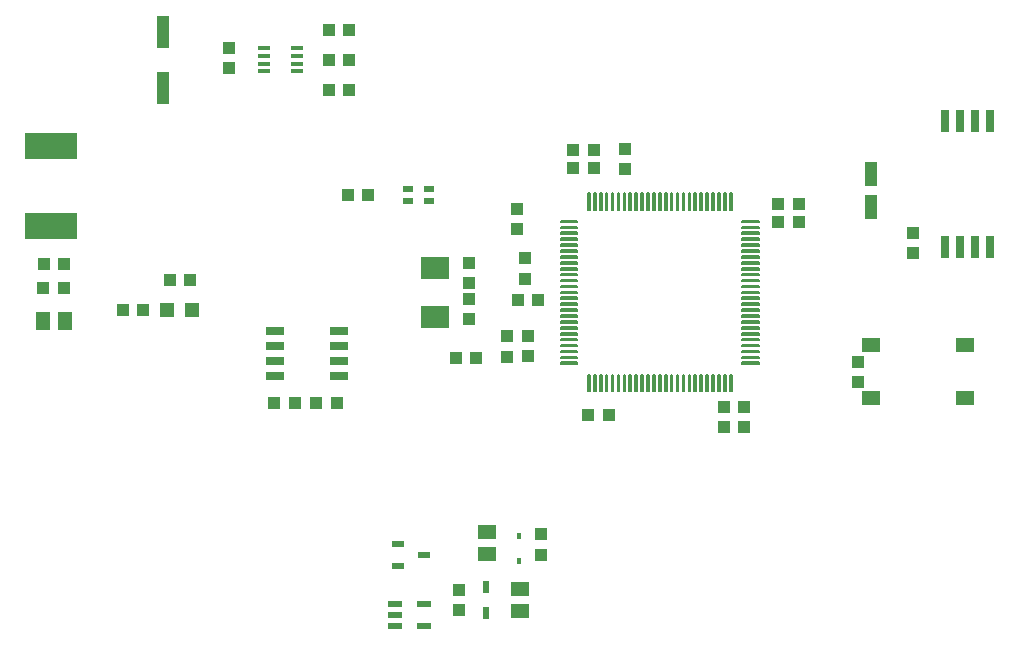
<source format=gbr>
G04 EAGLE Gerber RS-274X export*
G75*
%MOMM*%
%FSLAX34Y34*%
%LPD*%
%INSolderpaste Top*%
%IPPOS*%
%AMOC8*
5,1,8,0,0,1.08239X$1,22.5*%
G01*
%ADD10R,1.200000X1.200000*%
%ADD11R,1.000000X1.100000*%
%ADD12R,1.000000X2.800000*%
%ADD13R,1.100000X1.000000*%
%ADD14R,4.500000X2.250000*%
%ADD15R,1.300000X1.500000*%
%ADD16R,1.050000X1.080000*%
%ADD17C,0.140000*%
%ADD18R,1.080000X1.050000*%
%ADD19R,1.550000X1.300000*%
%ADD20R,1.079500X0.457200*%
%ADD21R,2.400000X1.900000*%
%ADD22R,1.000000X2.000000*%
%ADD23R,1.528000X0.650000*%
%ADD24R,0.600000X1.000000*%
%ADD25R,1.500000X1.300000*%
%ADD26R,1.200000X0.600000*%
%ADD27R,1.050000X0.600000*%
%ADD28R,0.450000X0.600000*%
%ADD29R,0.650000X1.850000*%
%ADD30R,0.850000X0.500000*%


D10*
X168570Y715010D03*
X189570Y715010D03*
D11*
X305190Y927100D03*
X322190Y927100D03*
X322190Y952500D03*
X305190Y952500D03*
X322190Y901700D03*
X305190Y901700D03*
D12*
X165100Y950600D03*
X165100Y903600D03*
D13*
X220980Y919870D03*
X220980Y936870D03*
D14*
X69850Y786590D03*
X69850Y854250D03*
D15*
X62890Y706120D03*
X81890Y706120D03*
D16*
X81140Y734060D03*
X63640Y734060D03*
D11*
X148200Y715010D03*
X131200Y715010D03*
D13*
X80890Y754380D03*
X63890Y754380D03*
X187570Y740410D03*
X170570Y740410D03*
D17*
X501570Y789550D02*
X515770Y789550D01*
X501570Y789550D02*
X501570Y790950D01*
X515770Y790950D01*
X515770Y789550D01*
X515770Y790880D02*
X501570Y790880D01*
X501570Y784550D02*
X515770Y784550D01*
X501570Y784550D02*
X501570Y785950D01*
X515770Y785950D01*
X515770Y784550D01*
X515770Y785880D02*
X501570Y785880D01*
X501570Y779550D02*
X515770Y779550D01*
X501570Y779550D02*
X501570Y780950D01*
X515770Y780950D01*
X515770Y779550D01*
X515770Y780880D02*
X501570Y780880D01*
X501570Y774550D02*
X515770Y774550D01*
X501570Y774550D02*
X501570Y775950D01*
X515770Y775950D01*
X515770Y774550D01*
X515770Y775880D02*
X501570Y775880D01*
X501570Y769550D02*
X515770Y769550D01*
X501570Y769550D02*
X501570Y770950D01*
X515770Y770950D01*
X515770Y769550D01*
X515770Y770880D02*
X501570Y770880D01*
X501570Y764550D02*
X515770Y764550D01*
X501570Y764550D02*
X501570Y765950D01*
X515770Y765950D01*
X515770Y764550D01*
X515770Y765880D02*
X501570Y765880D01*
X501570Y759550D02*
X515770Y759550D01*
X501570Y759550D02*
X501570Y760950D01*
X515770Y760950D01*
X515770Y759550D01*
X515770Y760880D02*
X501570Y760880D01*
X501570Y754550D02*
X515770Y754550D01*
X501570Y754550D02*
X501570Y755950D01*
X515770Y755950D01*
X515770Y754550D01*
X515770Y755880D02*
X501570Y755880D01*
X501570Y749550D02*
X515770Y749550D01*
X501570Y749550D02*
X501570Y750950D01*
X515770Y750950D01*
X515770Y749550D01*
X515770Y750880D02*
X501570Y750880D01*
X501570Y744550D02*
X515770Y744550D01*
X501570Y744550D02*
X501570Y745950D01*
X515770Y745950D01*
X515770Y744550D01*
X515770Y745880D02*
X501570Y745880D01*
X501570Y739550D02*
X515770Y739550D01*
X501570Y739550D02*
X501570Y740950D01*
X515770Y740950D01*
X515770Y739550D01*
X515770Y740880D02*
X501570Y740880D01*
X501570Y734550D02*
X515770Y734550D01*
X501570Y734550D02*
X501570Y735950D01*
X515770Y735950D01*
X515770Y734550D01*
X515770Y735880D02*
X501570Y735880D01*
X501570Y729550D02*
X515770Y729550D01*
X501570Y729550D02*
X501570Y730950D01*
X515770Y730950D01*
X515770Y729550D01*
X515770Y730880D02*
X501570Y730880D01*
X501570Y724550D02*
X515770Y724550D01*
X501570Y724550D02*
X501570Y725950D01*
X515770Y725950D01*
X515770Y724550D01*
X515770Y725880D02*
X501570Y725880D01*
X501570Y719550D02*
X515770Y719550D01*
X501570Y719550D02*
X501570Y720950D01*
X515770Y720950D01*
X515770Y719550D01*
X515770Y720880D02*
X501570Y720880D01*
X501570Y714550D02*
X515770Y714550D01*
X501570Y714550D02*
X501570Y715950D01*
X515770Y715950D01*
X515770Y714550D01*
X515770Y715880D02*
X501570Y715880D01*
X501570Y709550D02*
X515770Y709550D01*
X501570Y709550D02*
X501570Y710950D01*
X515770Y710950D01*
X515770Y709550D01*
X515770Y710880D02*
X501570Y710880D01*
X501570Y704550D02*
X515770Y704550D01*
X501570Y704550D02*
X501570Y705950D01*
X515770Y705950D01*
X515770Y704550D01*
X515770Y705880D02*
X501570Y705880D01*
X501570Y699550D02*
X515770Y699550D01*
X501570Y699550D02*
X501570Y700950D01*
X515770Y700950D01*
X515770Y699550D01*
X515770Y700880D02*
X501570Y700880D01*
X501570Y694550D02*
X515770Y694550D01*
X501570Y694550D02*
X501570Y695950D01*
X515770Y695950D01*
X515770Y694550D01*
X515770Y695880D02*
X501570Y695880D01*
X501570Y689550D02*
X515770Y689550D01*
X501570Y689550D02*
X501570Y690950D01*
X515770Y690950D01*
X515770Y689550D01*
X515770Y690880D02*
X501570Y690880D01*
X501570Y684550D02*
X515770Y684550D01*
X501570Y684550D02*
X501570Y685950D01*
X515770Y685950D01*
X515770Y684550D01*
X515770Y685880D02*
X501570Y685880D01*
X501570Y679550D02*
X515770Y679550D01*
X501570Y679550D02*
X501570Y680950D01*
X515770Y680950D01*
X515770Y679550D01*
X515770Y680880D02*
X501570Y680880D01*
X501570Y674550D02*
X515770Y674550D01*
X501570Y674550D02*
X501570Y675950D01*
X515770Y675950D01*
X515770Y674550D01*
X515770Y675880D02*
X501570Y675880D01*
X501570Y669550D02*
X515770Y669550D01*
X501570Y669550D02*
X501570Y670950D01*
X515770Y670950D01*
X515770Y669550D01*
X515770Y670880D02*
X501570Y670880D01*
X526170Y660550D02*
X526170Y646350D01*
X524770Y646350D01*
X524770Y660550D01*
X526170Y660550D01*
X526170Y647680D02*
X524770Y647680D01*
X524770Y649010D02*
X526170Y649010D01*
X526170Y650340D02*
X524770Y650340D01*
X524770Y651670D02*
X526170Y651670D01*
X526170Y653000D02*
X524770Y653000D01*
X524770Y654330D02*
X526170Y654330D01*
X526170Y655660D02*
X524770Y655660D01*
X524770Y656990D02*
X526170Y656990D01*
X526170Y658320D02*
X524770Y658320D01*
X524770Y659650D02*
X526170Y659650D01*
X531170Y660550D02*
X531170Y646350D01*
X529770Y646350D01*
X529770Y660550D01*
X531170Y660550D01*
X531170Y647680D02*
X529770Y647680D01*
X529770Y649010D02*
X531170Y649010D01*
X531170Y650340D02*
X529770Y650340D01*
X529770Y651670D02*
X531170Y651670D01*
X531170Y653000D02*
X529770Y653000D01*
X529770Y654330D02*
X531170Y654330D01*
X531170Y655660D02*
X529770Y655660D01*
X529770Y656990D02*
X531170Y656990D01*
X531170Y658320D02*
X529770Y658320D01*
X529770Y659650D02*
X531170Y659650D01*
X536170Y660550D02*
X536170Y646350D01*
X534770Y646350D01*
X534770Y660550D01*
X536170Y660550D01*
X536170Y647680D02*
X534770Y647680D01*
X534770Y649010D02*
X536170Y649010D01*
X536170Y650340D02*
X534770Y650340D01*
X534770Y651670D02*
X536170Y651670D01*
X536170Y653000D02*
X534770Y653000D01*
X534770Y654330D02*
X536170Y654330D01*
X536170Y655660D02*
X534770Y655660D01*
X534770Y656990D02*
X536170Y656990D01*
X536170Y658320D02*
X534770Y658320D01*
X534770Y659650D02*
X536170Y659650D01*
X541170Y660550D02*
X541170Y646350D01*
X539770Y646350D01*
X539770Y660550D01*
X541170Y660550D01*
X541170Y647680D02*
X539770Y647680D01*
X539770Y649010D02*
X541170Y649010D01*
X541170Y650340D02*
X539770Y650340D01*
X539770Y651670D02*
X541170Y651670D01*
X541170Y653000D02*
X539770Y653000D01*
X539770Y654330D02*
X541170Y654330D01*
X541170Y655660D02*
X539770Y655660D01*
X539770Y656990D02*
X541170Y656990D01*
X541170Y658320D02*
X539770Y658320D01*
X539770Y659650D02*
X541170Y659650D01*
X546170Y660550D02*
X546170Y646350D01*
X544770Y646350D01*
X544770Y660550D01*
X546170Y660550D01*
X546170Y647680D02*
X544770Y647680D01*
X544770Y649010D02*
X546170Y649010D01*
X546170Y650340D02*
X544770Y650340D01*
X544770Y651670D02*
X546170Y651670D01*
X546170Y653000D02*
X544770Y653000D01*
X544770Y654330D02*
X546170Y654330D01*
X546170Y655660D02*
X544770Y655660D01*
X544770Y656990D02*
X546170Y656990D01*
X546170Y658320D02*
X544770Y658320D01*
X544770Y659650D02*
X546170Y659650D01*
X551170Y660550D02*
X551170Y646350D01*
X549770Y646350D01*
X549770Y660550D01*
X551170Y660550D01*
X551170Y647680D02*
X549770Y647680D01*
X549770Y649010D02*
X551170Y649010D01*
X551170Y650340D02*
X549770Y650340D01*
X549770Y651670D02*
X551170Y651670D01*
X551170Y653000D02*
X549770Y653000D01*
X549770Y654330D02*
X551170Y654330D01*
X551170Y655660D02*
X549770Y655660D01*
X549770Y656990D02*
X551170Y656990D01*
X551170Y658320D02*
X549770Y658320D01*
X549770Y659650D02*
X551170Y659650D01*
X556170Y660550D02*
X556170Y646350D01*
X554770Y646350D01*
X554770Y660550D01*
X556170Y660550D01*
X556170Y647680D02*
X554770Y647680D01*
X554770Y649010D02*
X556170Y649010D01*
X556170Y650340D02*
X554770Y650340D01*
X554770Y651670D02*
X556170Y651670D01*
X556170Y653000D02*
X554770Y653000D01*
X554770Y654330D02*
X556170Y654330D01*
X556170Y655660D02*
X554770Y655660D01*
X554770Y656990D02*
X556170Y656990D01*
X556170Y658320D02*
X554770Y658320D01*
X554770Y659650D02*
X556170Y659650D01*
X561170Y660550D02*
X561170Y646350D01*
X559770Y646350D01*
X559770Y660550D01*
X561170Y660550D01*
X561170Y647680D02*
X559770Y647680D01*
X559770Y649010D02*
X561170Y649010D01*
X561170Y650340D02*
X559770Y650340D01*
X559770Y651670D02*
X561170Y651670D01*
X561170Y653000D02*
X559770Y653000D01*
X559770Y654330D02*
X561170Y654330D01*
X561170Y655660D02*
X559770Y655660D01*
X559770Y656990D02*
X561170Y656990D01*
X561170Y658320D02*
X559770Y658320D01*
X559770Y659650D02*
X561170Y659650D01*
X566170Y660550D02*
X566170Y646350D01*
X564770Y646350D01*
X564770Y660550D01*
X566170Y660550D01*
X566170Y647680D02*
X564770Y647680D01*
X564770Y649010D02*
X566170Y649010D01*
X566170Y650340D02*
X564770Y650340D01*
X564770Y651670D02*
X566170Y651670D01*
X566170Y653000D02*
X564770Y653000D01*
X564770Y654330D02*
X566170Y654330D01*
X566170Y655660D02*
X564770Y655660D01*
X564770Y656990D02*
X566170Y656990D01*
X566170Y658320D02*
X564770Y658320D01*
X564770Y659650D02*
X566170Y659650D01*
X571170Y660550D02*
X571170Y646350D01*
X569770Y646350D01*
X569770Y660550D01*
X571170Y660550D01*
X571170Y647680D02*
X569770Y647680D01*
X569770Y649010D02*
X571170Y649010D01*
X571170Y650340D02*
X569770Y650340D01*
X569770Y651670D02*
X571170Y651670D01*
X571170Y653000D02*
X569770Y653000D01*
X569770Y654330D02*
X571170Y654330D01*
X571170Y655660D02*
X569770Y655660D01*
X569770Y656990D02*
X571170Y656990D01*
X571170Y658320D02*
X569770Y658320D01*
X569770Y659650D02*
X571170Y659650D01*
X576170Y660550D02*
X576170Y646350D01*
X574770Y646350D01*
X574770Y660550D01*
X576170Y660550D01*
X576170Y647680D02*
X574770Y647680D01*
X574770Y649010D02*
X576170Y649010D01*
X576170Y650340D02*
X574770Y650340D01*
X574770Y651670D02*
X576170Y651670D01*
X576170Y653000D02*
X574770Y653000D01*
X574770Y654330D02*
X576170Y654330D01*
X576170Y655660D02*
X574770Y655660D01*
X574770Y656990D02*
X576170Y656990D01*
X576170Y658320D02*
X574770Y658320D01*
X574770Y659650D02*
X576170Y659650D01*
X581170Y660550D02*
X581170Y646350D01*
X579770Y646350D01*
X579770Y660550D01*
X581170Y660550D01*
X581170Y647680D02*
X579770Y647680D01*
X579770Y649010D02*
X581170Y649010D01*
X581170Y650340D02*
X579770Y650340D01*
X579770Y651670D02*
X581170Y651670D01*
X581170Y653000D02*
X579770Y653000D01*
X579770Y654330D02*
X581170Y654330D01*
X581170Y655660D02*
X579770Y655660D01*
X579770Y656990D02*
X581170Y656990D01*
X581170Y658320D02*
X579770Y658320D01*
X579770Y659650D02*
X581170Y659650D01*
X586170Y660550D02*
X586170Y646350D01*
X584770Y646350D01*
X584770Y660550D01*
X586170Y660550D01*
X586170Y647680D02*
X584770Y647680D01*
X584770Y649010D02*
X586170Y649010D01*
X586170Y650340D02*
X584770Y650340D01*
X584770Y651670D02*
X586170Y651670D01*
X586170Y653000D02*
X584770Y653000D01*
X584770Y654330D02*
X586170Y654330D01*
X586170Y655660D02*
X584770Y655660D01*
X584770Y656990D02*
X586170Y656990D01*
X586170Y658320D02*
X584770Y658320D01*
X584770Y659650D02*
X586170Y659650D01*
X591170Y660550D02*
X591170Y646350D01*
X589770Y646350D01*
X589770Y660550D01*
X591170Y660550D01*
X591170Y647680D02*
X589770Y647680D01*
X589770Y649010D02*
X591170Y649010D01*
X591170Y650340D02*
X589770Y650340D01*
X589770Y651670D02*
X591170Y651670D01*
X591170Y653000D02*
X589770Y653000D01*
X589770Y654330D02*
X591170Y654330D01*
X591170Y655660D02*
X589770Y655660D01*
X589770Y656990D02*
X591170Y656990D01*
X591170Y658320D02*
X589770Y658320D01*
X589770Y659650D02*
X591170Y659650D01*
X596170Y660550D02*
X596170Y646350D01*
X594770Y646350D01*
X594770Y660550D01*
X596170Y660550D01*
X596170Y647680D02*
X594770Y647680D01*
X594770Y649010D02*
X596170Y649010D01*
X596170Y650340D02*
X594770Y650340D01*
X594770Y651670D02*
X596170Y651670D01*
X596170Y653000D02*
X594770Y653000D01*
X594770Y654330D02*
X596170Y654330D01*
X596170Y655660D02*
X594770Y655660D01*
X594770Y656990D02*
X596170Y656990D01*
X596170Y658320D02*
X594770Y658320D01*
X594770Y659650D02*
X596170Y659650D01*
X601170Y660550D02*
X601170Y646350D01*
X599770Y646350D01*
X599770Y660550D01*
X601170Y660550D01*
X601170Y647680D02*
X599770Y647680D01*
X599770Y649010D02*
X601170Y649010D01*
X601170Y650340D02*
X599770Y650340D01*
X599770Y651670D02*
X601170Y651670D01*
X601170Y653000D02*
X599770Y653000D01*
X599770Y654330D02*
X601170Y654330D01*
X601170Y655660D02*
X599770Y655660D01*
X599770Y656990D02*
X601170Y656990D01*
X601170Y658320D02*
X599770Y658320D01*
X599770Y659650D02*
X601170Y659650D01*
X606170Y660550D02*
X606170Y646350D01*
X604770Y646350D01*
X604770Y660550D01*
X606170Y660550D01*
X606170Y647680D02*
X604770Y647680D01*
X604770Y649010D02*
X606170Y649010D01*
X606170Y650340D02*
X604770Y650340D01*
X604770Y651670D02*
X606170Y651670D01*
X606170Y653000D02*
X604770Y653000D01*
X604770Y654330D02*
X606170Y654330D01*
X606170Y655660D02*
X604770Y655660D01*
X604770Y656990D02*
X606170Y656990D01*
X606170Y658320D02*
X604770Y658320D01*
X604770Y659650D02*
X606170Y659650D01*
X611170Y660550D02*
X611170Y646350D01*
X609770Y646350D01*
X609770Y660550D01*
X611170Y660550D01*
X611170Y647680D02*
X609770Y647680D01*
X609770Y649010D02*
X611170Y649010D01*
X611170Y650340D02*
X609770Y650340D01*
X609770Y651670D02*
X611170Y651670D01*
X611170Y653000D02*
X609770Y653000D01*
X609770Y654330D02*
X611170Y654330D01*
X611170Y655660D02*
X609770Y655660D01*
X609770Y656990D02*
X611170Y656990D01*
X611170Y658320D02*
X609770Y658320D01*
X609770Y659650D02*
X611170Y659650D01*
X616170Y660550D02*
X616170Y646350D01*
X614770Y646350D01*
X614770Y660550D01*
X616170Y660550D01*
X616170Y647680D02*
X614770Y647680D01*
X614770Y649010D02*
X616170Y649010D01*
X616170Y650340D02*
X614770Y650340D01*
X614770Y651670D02*
X616170Y651670D01*
X616170Y653000D02*
X614770Y653000D01*
X614770Y654330D02*
X616170Y654330D01*
X616170Y655660D02*
X614770Y655660D01*
X614770Y656990D02*
X616170Y656990D01*
X616170Y658320D02*
X614770Y658320D01*
X614770Y659650D02*
X616170Y659650D01*
X621170Y660550D02*
X621170Y646350D01*
X619770Y646350D01*
X619770Y660550D01*
X621170Y660550D01*
X621170Y647680D02*
X619770Y647680D01*
X619770Y649010D02*
X621170Y649010D01*
X621170Y650340D02*
X619770Y650340D01*
X619770Y651670D02*
X621170Y651670D01*
X621170Y653000D02*
X619770Y653000D01*
X619770Y654330D02*
X621170Y654330D01*
X621170Y655660D02*
X619770Y655660D01*
X619770Y656990D02*
X621170Y656990D01*
X621170Y658320D02*
X619770Y658320D01*
X619770Y659650D02*
X621170Y659650D01*
X626170Y660550D02*
X626170Y646350D01*
X624770Y646350D01*
X624770Y660550D01*
X626170Y660550D01*
X626170Y647680D02*
X624770Y647680D01*
X624770Y649010D02*
X626170Y649010D01*
X626170Y650340D02*
X624770Y650340D01*
X624770Y651670D02*
X626170Y651670D01*
X626170Y653000D02*
X624770Y653000D01*
X624770Y654330D02*
X626170Y654330D01*
X626170Y655660D02*
X624770Y655660D01*
X624770Y656990D02*
X626170Y656990D01*
X626170Y658320D02*
X624770Y658320D01*
X624770Y659650D02*
X626170Y659650D01*
X631170Y660550D02*
X631170Y646350D01*
X629770Y646350D01*
X629770Y660550D01*
X631170Y660550D01*
X631170Y647680D02*
X629770Y647680D01*
X629770Y649010D02*
X631170Y649010D01*
X631170Y650340D02*
X629770Y650340D01*
X629770Y651670D02*
X631170Y651670D01*
X631170Y653000D02*
X629770Y653000D01*
X629770Y654330D02*
X631170Y654330D01*
X631170Y655660D02*
X629770Y655660D01*
X629770Y656990D02*
X631170Y656990D01*
X631170Y658320D02*
X629770Y658320D01*
X629770Y659650D02*
X631170Y659650D01*
X636170Y660550D02*
X636170Y646350D01*
X634770Y646350D01*
X634770Y660550D01*
X636170Y660550D01*
X636170Y647680D02*
X634770Y647680D01*
X634770Y649010D02*
X636170Y649010D01*
X636170Y650340D02*
X634770Y650340D01*
X634770Y651670D02*
X636170Y651670D01*
X636170Y653000D02*
X634770Y653000D01*
X634770Y654330D02*
X636170Y654330D01*
X636170Y655660D02*
X634770Y655660D01*
X634770Y656990D02*
X636170Y656990D01*
X636170Y658320D02*
X634770Y658320D01*
X634770Y659650D02*
X636170Y659650D01*
X641170Y660550D02*
X641170Y646350D01*
X639770Y646350D01*
X639770Y660550D01*
X641170Y660550D01*
X641170Y647680D02*
X639770Y647680D01*
X639770Y649010D02*
X641170Y649010D01*
X641170Y650340D02*
X639770Y650340D01*
X639770Y651670D02*
X641170Y651670D01*
X641170Y653000D02*
X639770Y653000D01*
X639770Y654330D02*
X641170Y654330D01*
X641170Y655660D02*
X639770Y655660D01*
X639770Y656990D02*
X641170Y656990D01*
X641170Y658320D02*
X639770Y658320D01*
X639770Y659650D02*
X641170Y659650D01*
X646170Y660550D02*
X646170Y646350D01*
X644770Y646350D01*
X644770Y660550D01*
X646170Y660550D01*
X646170Y647680D02*
X644770Y647680D01*
X644770Y649010D02*
X646170Y649010D01*
X646170Y650340D02*
X644770Y650340D01*
X644770Y651670D02*
X646170Y651670D01*
X646170Y653000D02*
X644770Y653000D01*
X644770Y654330D02*
X646170Y654330D01*
X646170Y655660D02*
X644770Y655660D01*
X644770Y656990D02*
X646170Y656990D01*
X646170Y658320D02*
X644770Y658320D01*
X644770Y659650D02*
X646170Y659650D01*
X655170Y669550D02*
X669370Y669550D01*
X655170Y669550D02*
X655170Y670950D01*
X669370Y670950D01*
X669370Y669550D01*
X669370Y670880D02*
X655170Y670880D01*
X655170Y674550D02*
X669370Y674550D01*
X655170Y674550D02*
X655170Y675950D01*
X669370Y675950D01*
X669370Y674550D01*
X669370Y675880D02*
X655170Y675880D01*
X655170Y679550D02*
X669370Y679550D01*
X655170Y679550D02*
X655170Y680950D01*
X669370Y680950D01*
X669370Y679550D01*
X669370Y680880D02*
X655170Y680880D01*
X655170Y684550D02*
X669370Y684550D01*
X655170Y684550D02*
X655170Y685950D01*
X669370Y685950D01*
X669370Y684550D01*
X669370Y685880D02*
X655170Y685880D01*
X655170Y689550D02*
X669370Y689550D01*
X655170Y689550D02*
X655170Y690950D01*
X669370Y690950D01*
X669370Y689550D01*
X669370Y690880D02*
X655170Y690880D01*
X655170Y694550D02*
X669370Y694550D01*
X655170Y694550D02*
X655170Y695950D01*
X669370Y695950D01*
X669370Y694550D01*
X669370Y695880D02*
X655170Y695880D01*
X655170Y699550D02*
X669370Y699550D01*
X655170Y699550D02*
X655170Y700950D01*
X669370Y700950D01*
X669370Y699550D01*
X669370Y700880D02*
X655170Y700880D01*
X655170Y704550D02*
X669370Y704550D01*
X655170Y704550D02*
X655170Y705950D01*
X669370Y705950D01*
X669370Y704550D01*
X669370Y705880D02*
X655170Y705880D01*
X655170Y709550D02*
X669370Y709550D01*
X655170Y709550D02*
X655170Y710950D01*
X669370Y710950D01*
X669370Y709550D01*
X669370Y710880D02*
X655170Y710880D01*
X655170Y714550D02*
X669370Y714550D01*
X655170Y714550D02*
X655170Y715950D01*
X669370Y715950D01*
X669370Y714550D01*
X669370Y715880D02*
X655170Y715880D01*
X655170Y719550D02*
X669370Y719550D01*
X655170Y719550D02*
X655170Y720950D01*
X669370Y720950D01*
X669370Y719550D01*
X669370Y720880D02*
X655170Y720880D01*
X655170Y724550D02*
X669370Y724550D01*
X655170Y724550D02*
X655170Y725950D01*
X669370Y725950D01*
X669370Y724550D01*
X669370Y725880D02*
X655170Y725880D01*
X655170Y729550D02*
X669370Y729550D01*
X655170Y729550D02*
X655170Y730950D01*
X669370Y730950D01*
X669370Y729550D01*
X669370Y730880D02*
X655170Y730880D01*
X655170Y734550D02*
X669370Y734550D01*
X655170Y734550D02*
X655170Y735950D01*
X669370Y735950D01*
X669370Y734550D01*
X669370Y735880D02*
X655170Y735880D01*
X655170Y739550D02*
X669370Y739550D01*
X655170Y739550D02*
X655170Y740950D01*
X669370Y740950D01*
X669370Y739550D01*
X669370Y740880D02*
X655170Y740880D01*
X655170Y744550D02*
X669370Y744550D01*
X655170Y744550D02*
X655170Y745950D01*
X669370Y745950D01*
X669370Y744550D01*
X669370Y745880D02*
X655170Y745880D01*
X655170Y749550D02*
X669370Y749550D01*
X655170Y749550D02*
X655170Y750950D01*
X669370Y750950D01*
X669370Y749550D01*
X669370Y750880D02*
X655170Y750880D01*
X655170Y754550D02*
X669370Y754550D01*
X655170Y754550D02*
X655170Y755950D01*
X669370Y755950D01*
X669370Y754550D01*
X669370Y755880D02*
X655170Y755880D01*
X655170Y759550D02*
X669370Y759550D01*
X655170Y759550D02*
X655170Y760950D01*
X669370Y760950D01*
X669370Y759550D01*
X669370Y760880D02*
X655170Y760880D01*
X655170Y764550D02*
X669370Y764550D01*
X655170Y764550D02*
X655170Y765950D01*
X669370Y765950D01*
X669370Y764550D01*
X669370Y765880D02*
X655170Y765880D01*
X655170Y769550D02*
X669370Y769550D01*
X655170Y769550D02*
X655170Y770950D01*
X669370Y770950D01*
X669370Y769550D01*
X669370Y770880D02*
X655170Y770880D01*
X655170Y774550D02*
X669370Y774550D01*
X655170Y774550D02*
X655170Y775950D01*
X669370Y775950D01*
X669370Y774550D01*
X669370Y775880D02*
X655170Y775880D01*
X655170Y779550D02*
X669370Y779550D01*
X655170Y779550D02*
X655170Y780950D01*
X669370Y780950D01*
X669370Y779550D01*
X669370Y780880D02*
X655170Y780880D01*
X655170Y784550D02*
X669370Y784550D01*
X655170Y784550D02*
X655170Y785950D01*
X669370Y785950D01*
X669370Y784550D01*
X669370Y785880D02*
X655170Y785880D01*
X655170Y789550D02*
X669370Y789550D01*
X655170Y789550D02*
X655170Y790950D01*
X669370Y790950D01*
X669370Y789550D01*
X669370Y790880D02*
X655170Y790880D01*
X646170Y799950D02*
X646170Y814150D01*
X646170Y799950D02*
X644770Y799950D01*
X644770Y814150D01*
X646170Y814150D01*
X646170Y801280D02*
X644770Y801280D01*
X644770Y802610D02*
X646170Y802610D01*
X646170Y803940D02*
X644770Y803940D01*
X644770Y805270D02*
X646170Y805270D01*
X646170Y806600D02*
X644770Y806600D01*
X644770Y807930D02*
X646170Y807930D01*
X646170Y809260D02*
X644770Y809260D01*
X644770Y810590D02*
X646170Y810590D01*
X646170Y811920D02*
X644770Y811920D01*
X644770Y813250D02*
X646170Y813250D01*
X641170Y814150D02*
X641170Y799950D01*
X639770Y799950D01*
X639770Y814150D01*
X641170Y814150D01*
X641170Y801280D02*
X639770Y801280D01*
X639770Y802610D02*
X641170Y802610D01*
X641170Y803940D02*
X639770Y803940D01*
X639770Y805270D02*
X641170Y805270D01*
X641170Y806600D02*
X639770Y806600D01*
X639770Y807930D02*
X641170Y807930D01*
X641170Y809260D02*
X639770Y809260D01*
X639770Y810590D02*
X641170Y810590D01*
X641170Y811920D02*
X639770Y811920D01*
X639770Y813250D02*
X641170Y813250D01*
X636170Y814150D02*
X636170Y799950D01*
X634770Y799950D01*
X634770Y814150D01*
X636170Y814150D01*
X636170Y801280D02*
X634770Y801280D01*
X634770Y802610D02*
X636170Y802610D01*
X636170Y803940D02*
X634770Y803940D01*
X634770Y805270D02*
X636170Y805270D01*
X636170Y806600D02*
X634770Y806600D01*
X634770Y807930D02*
X636170Y807930D01*
X636170Y809260D02*
X634770Y809260D01*
X634770Y810590D02*
X636170Y810590D01*
X636170Y811920D02*
X634770Y811920D01*
X634770Y813250D02*
X636170Y813250D01*
X631170Y814150D02*
X631170Y799950D01*
X629770Y799950D01*
X629770Y814150D01*
X631170Y814150D01*
X631170Y801280D02*
X629770Y801280D01*
X629770Y802610D02*
X631170Y802610D01*
X631170Y803940D02*
X629770Y803940D01*
X629770Y805270D02*
X631170Y805270D01*
X631170Y806600D02*
X629770Y806600D01*
X629770Y807930D02*
X631170Y807930D01*
X631170Y809260D02*
X629770Y809260D01*
X629770Y810590D02*
X631170Y810590D01*
X631170Y811920D02*
X629770Y811920D01*
X629770Y813250D02*
X631170Y813250D01*
X626170Y814150D02*
X626170Y799950D01*
X624770Y799950D01*
X624770Y814150D01*
X626170Y814150D01*
X626170Y801280D02*
X624770Y801280D01*
X624770Y802610D02*
X626170Y802610D01*
X626170Y803940D02*
X624770Y803940D01*
X624770Y805270D02*
X626170Y805270D01*
X626170Y806600D02*
X624770Y806600D01*
X624770Y807930D02*
X626170Y807930D01*
X626170Y809260D02*
X624770Y809260D01*
X624770Y810590D02*
X626170Y810590D01*
X626170Y811920D02*
X624770Y811920D01*
X624770Y813250D02*
X626170Y813250D01*
X621170Y814150D02*
X621170Y799950D01*
X619770Y799950D01*
X619770Y814150D01*
X621170Y814150D01*
X621170Y801280D02*
X619770Y801280D01*
X619770Y802610D02*
X621170Y802610D01*
X621170Y803940D02*
X619770Y803940D01*
X619770Y805270D02*
X621170Y805270D01*
X621170Y806600D02*
X619770Y806600D01*
X619770Y807930D02*
X621170Y807930D01*
X621170Y809260D02*
X619770Y809260D01*
X619770Y810590D02*
X621170Y810590D01*
X621170Y811920D02*
X619770Y811920D01*
X619770Y813250D02*
X621170Y813250D01*
X616170Y814150D02*
X616170Y799950D01*
X614770Y799950D01*
X614770Y814150D01*
X616170Y814150D01*
X616170Y801280D02*
X614770Y801280D01*
X614770Y802610D02*
X616170Y802610D01*
X616170Y803940D02*
X614770Y803940D01*
X614770Y805270D02*
X616170Y805270D01*
X616170Y806600D02*
X614770Y806600D01*
X614770Y807930D02*
X616170Y807930D01*
X616170Y809260D02*
X614770Y809260D01*
X614770Y810590D02*
X616170Y810590D01*
X616170Y811920D02*
X614770Y811920D01*
X614770Y813250D02*
X616170Y813250D01*
X611170Y814150D02*
X611170Y799950D01*
X609770Y799950D01*
X609770Y814150D01*
X611170Y814150D01*
X611170Y801280D02*
X609770Y801280D01*
X609770Y802610D02*
X611170Y802610D01*
X611170Y803940D02*
X609770Y803940D01*
X609770Y805270D02*
X611170Y805270D01*
X611170Y806600D02*
X609770Y806600D01*
X609770Y807930D02*
X611170Y807930D01*
X611170Y809260D02*
X609770Y809260D01*
X609770Y810590D02*
X611170Y810590D01*
X611170Y811920D02*
X609770Y811920D01*
X609770Y813250D02*
X611170Y813250D01*
X606170Y814150D02*
X606170Y799950D01*
X604770Y799950D01*
X604770Y814150D01*
X606170Y814150D01*
X606170Y801280D02*
X604770Y801280D01*
X604770Y802610D02*
X606170Y802610D01*
X606170Y803940D02*
X604770Y803940D01*
X604770Y805270D02*
X606170Y805270D01*
X606170Y806600D02*
X604770Y806600D01*
X604770Y807930D02*
X606170Y807930D01*
X606170Y809260D02*
X604770Y809260D01*
X604770Y810590D02*
X606170Y810590D01*
X606170Y811920D02*
X604770Y811920D01*
X604770Y813250D02*
X606170Y813250D01*
X601170Y814150D02*
X601170Y799950D01*
X599770Y799950D01*
X599770Y814150D01*
X601170Y814150D01*
X601170Y801280D02*
X599770Y801280D01*
X599770Y802610D02*
X601170Y802610D01*
X601170Y803940D02*
X599770Y803940D01*
X599770Y805270D02*
X601170Y805270D01*
X601170Y806600D02*
X599770Y806600D01*
X599770Y807930D02*
X601170Y807930D01*
X601170Y809260D02*
X599770Y809260D01*
X599770Y810590D02*
X601170Y810590D01*
X601170Y811920D02*
X599770Y811920D01*
X599770Y813250D02*
X601170Y813250D01*
X596170Y814150D02*
X596170Y799950D01*
X594770Y799950D01*
X594770Y814150D01*
X596170Y814150D01*
X596170Y801280D02*
X594770Y801280D01*
X594770Y802610D02*
X596170Y802610D01*
X596170Y803940D02*
X594770Y803940D01*
X594770Y805270D02*
X596170Y805270D01*
X596170Y806600D02*
X594770Y806600D01*
X594770Y807930D02*
X596170Y807930D01*
X596170Y809260D02*
X594770Y809260D01*
X594770Y810590D02*
X596170Y810590D01*
X596170Y811920D02*
X594770Y811920D01*
X594770Y813250D02*
X596170Y813250D01*
X591170Y814150D02*
X591170Y799950D01*
X589770Y799950D01*
X589770Y814150D01*
X591170Y814150D01*
X591170Y801280D02*
X589770Y801280D01*
X589770Y802610D02*
X591170Y802610D01*
X591170Y803940D02*
X589770Y803940D01*
X589770Y805270D02*
X591170Y805270D01*
X591170Y806600D02*
X589770Y806600D01*
X589770Y807930D02*
X591170Y807930D01*
X591170Y809260D02*
X589770Y809260D01*
X589770Y810590D02*
X591170Y810590D01*
X591170Y811920D02*
X589770Y811920D01*
X589770Y813250D02*
X591170Y813250D01*
X586170Y814150D02*
X586170Y799950D01*
X584770Y799950D01*
X584770Y814150D01*
X586170Y814150D01*
X586170Y801280D02*
X584770Y801280D01*
X584770Y802610D02*
X586170Y802610D01*
X586170Y803940D02*
X584770Y803940D01*
X584770Y805270D02*
X586170Y805270D01*
X586170Y806600D02*
X584770Y806600D01*
X584770Y807930D02*
X586170Y807930D01*
X586170Y809260D02*
X584770Y809260D01*
X584770Y810590D02*
X586170Y810590D01*
X586170Y811920D02*
X584770Y811920D01*
X584770Y813250D02*
X586170Y813250D01*
X581170Y814150D02*
X581170Y799950D01*
X579770Y799950D01*
X579770Y814150D01*
X581170Y814150D01*
X581170Y801280D02*
X579770Y801280D01*
X579770Y802610D02*
X581170Y802610D01*
X581170Y803940D02*
X579770Y803940D01*
X579770Y805270D02*
X581170Y805270D01*
X581170Y806600D02*
X579770Y806600D01*
X579770Y807930D02*
X581170Y807930D01*
X581170Y809260D02*
X579770Y809260D01*
X579770Y810590D02*
X581170Y810590D01*
X581170Y811920D02*
X579770Y811920D01*
X579770Y813250D02*
X581170Y813250D01*
X576170Y814150D02*
X576170Y799950D01*
X574770Y799950D01*
X574770Y814150D01*
X576170Y814150D01*
X576170Y801280D02*
X574770Y801280D01*
X574770Y802610D02*
X576170Y802610D01*
X576170Y803940D02*
X574770Y803940D01*
X574770Y805270D02*
X576170Y805270D01*
X576170Y806600D02*
X574770Y806600D01*
X574770Y807930D02*
X576170Y807930D01*
X576170Y809260D02*
X574770Y809260D01*
X574770Y810590D02*
X576170Y810590D01*
X576170Y811920D02*
X574770Y811920D01*
X574770Y813250D02*
X576170Y813250D01*
X571170Y814150D02*
X571170Y799950D01*
X569770Y799950D01*
X569770Y814150D01*
X571170Y814150D01*
X571170Y801280D02*
X569770Y801280D01*
X569770Y802610D02*
X571170Y802610D01*
X571170Y803940D02*
X569770Y803940D01*
X569770Y805270D02*
X571170Y805270D01*
X571170Y806600D02*
X569770Y806600D01*
X569770Y807930D02*
X571170Y807930D01*
X571170Y809260D02*
X569770Y809260D01*
X569770Y810590D02*
X571170Y810590D01*
X571170Y811920D02*
X569770Y811920D01*
X569770Y813250D02*
X571170Y813250D01*
X566170Y814150D02*
X566170Y799950D01*
X564770Y799950D01*
X564770Y814150D01*
X566170Y814150D01*
X566170Y801280D02*
X564770Y801280D01*
X564770Y802610D02*
X566170Y802610D01*
X566170Y803940D02*
X564770Y803940D01*
X564770Y805270D02*
X566170Y805270D01*
X566170Y806600D02*
X564770Y806600D01*
X564770Y807930D02*
X566170Y807930D01*
X566170Y809260D02*
X564770Y809260D01*
X564770Y810590D02*
X566170Y810590D01*
X566170Y811920D02*
X564770Y811920D01*
X564770Y813250D02*
X566170Y813250D01*
X561170Y814150D02*
X561170Y799950D01*
X559770Y799950D01*
X559770Y814150D01*
X561170Y814150D01*
X561170Y801280D02*
X559770Y801280D01*
X559770Y802610D02*
X561170Y802610D01*
X561170Y803940D02*
X559770Y803940D01*
X559770Y805270D02*
X561170Y805270D01*
X561170Y806600D02*
X559770Y806600D01*
X559770Y807930D02*
X561170Y807930D01*
X561170Y809260D02*
X559770Y809260D01*
X559770Y810590D02*
X561170Y810590D01*
X561170Y811920D02*
X559770Y811920D01*
X559770Y813250D02*
X561170Y813250D01*
X556170Y814150D02*
X556170Y799950D01*
X554770Y799950D01*
X554770Y814150D01*
X556170Y814150D01*
X556170Y801280D02*
X554770Y801280D01*
X554770Y802610D02*
X556170Y802610D01*
X556170Y803940D02*
X554770Y803940D01*
X554770Y805270D02*
X556170Y805270D01*
X556170Y806600D02*
X554770Y806600D01*
X554770Y807930D02*
X556170Y807930D01*
X556170Y809260D02*
X554770Y809260D01*
X554770Y810590D02*
X556170Y810590D01*
X556170Y811920D02*
X554770Y811920D01*
X554770Y813250D02*
X556170Y813250D01*
X551170Y814150D02*
X551170Y799950D01*
X549770Y799950D01*
X549770Y814150D01*
X551170Y814150D01*
X551170Y801280D02*
X549770Y801280D01*
X549770Y802610D02*
X551170Y802610D01*
X551170Y803940D02*
X549770Y803940D01*
X549770Y805270D02*
X551170Y805270D01*
X551170Y806600D02*
X549770Y806600D01*
X549770Y807930D02*
X551170Y807930D01*
X551170Y809260D02*
X549770Y809260D01*
X549770Y810590D02*
X551170Y810590D01*
X551170Y811920D02*
X549770Y811920D01*
X549770Y813250D02*
X551170Y813250D01*
X546170Y814150D02*
X546170Y799950D01*
X544770Y799950D01*
X544770Y814150D01*
X546170Y814150D01*
X546170Y801280D02*
X544770Y801280D01*
X544770Y802610D02*
X546170Y802610D01*
X546170Y803940D02*
X544770Y803940D01*
X544770Y805270D02*
X546170Y805270D01*
X546170Y806600D02*
X544770Y806600D01*
X544770Y807930D02*
X546170Y807930D01*
X546170Y809260D02*
X544770Y809260D01*
X544770Y810590D02*
X546170Y810590D01*
X546170Y811920D02*
X544770Y811920D01*
X544770Y813250D02*
X546170Y813250D01*
X541170Y814150D02*
X541170Y799950D01*
X539770Y799950D01*
X539770Y814150D01*
X541170Y814150D01*
X541170Y801280D02*
X539770Y801280D01*
X539770Y802610D02*
X541170Y802610D01*
X541170Y803940D02*
X539770Y803940D01*
X539770Y805270D02*
X541170Y805270D01*
X541170Y806600D02*
X539770Y806600D01*
X539770Y807930D02*
X541170Y807930D01*
X541170Y809260D02*
X539770Y809260D01*
X539770Y810590D02*
X541170Y810590D01*
X541170Y811920D02*
X539770Y811920D01*
X539770Y813250D02*
X541170Y813250D01*
X536170Y814150D02*
X536170Y799950D01*
X534770Y799950D01*
X534770Y814150D01*
X536170Y814150D01*
X536170Y801280D02*
X534770Y801280D01*
X534770Y802610D02*
X536170Y802610D01*
X536170Y803940D02*
X534770Y803940D01*
X534770Y805270D02*
X536170Y805270D01*
X536170Y806600D02*
X534770Y806600D01*
X534770Y807930D02*
X536170Y807930D01*
X536170Y809260D02*
X534770Y809260D01*
X534770Y810590D02*
X536170Y810590D01*
X536170Y811920D02*
X534770Y811920D01*
X534770Y813250D02*
X536170Y813250D01*
X531170Y814150D02*
X531170Y799950D01*
X529770Y799950D01*
X529770Y814150D01*
X531170Y814150D01*
X531170Y801280D02*
X529770Y801280D01*
X529770Y802610D02*
X531170Y802610D01*
X531170Y803940D02*
X529770Y803940D01*
X529770Y805270D02*
X531170Y805270D01*
X531170Y806600D02*
X529770Y806600D01*
X529770Y807930D02*
X531170Y807930D01*
X531170Y809260D02*
X529770Y809260D01*
X529770Y810590D02*
X531170Y810590D01*
X531170Y811920D02*
X529770Y811920D01*
X529770Y813250D02*
X531170Y813250D01*
X526170Y814150D02*
X526170Y799950D01*
X524770Y799950D01*
X524770Y814150D01*
X526170Y814150D01*
X526170Y801280D02*
X524770Y801280D01*
X524770Y802610D02*
X526170Y802610D01*
X526170Y803940D02*
X524770Y803940D01*
X524770Y805270D02*
X526170Y805270D01*
X526170Y806600D02*
X524770Y806600D01*
X524770Y807930D02*
X526170Y807930D01*
X526170Y809260D02*
X524770Y809260D01*
X524770Y810590D02*
X526170Y810590D01*
X526170Y811920D02*
X524770Y811920D01*
X524770Y813250D02*
X526170Y813250D01*
D18*
X471170Y741820D03*
X471170Y759320D03*
D16*
X542150Y626110D03*
X524650Y626110D03*
D18*
X656590Y633590D03*
X656590Y616090D03*
D16*
X685940Y805180D03*
X703440Y805180D03*
X511950Y835660D03*
X529450Y835660D03*
X511950Y850900D03*
X529450Y850900D03*
X685940Y789940D03*
X703440Y789940D03*
D18*
X640080Y633590D03*
X640080Y616090D03*
X455930Y675780D03*
X455930Y693280D03*
D11*
X473710Y676030D03*
X473710Y693030D03*
D18*
X464820Y783730D03*
X464820Y801230D03*
D13*
X430140Y674370D03*
X413140Y674370D03*
D19*
X843660Y640440D03*
X764160Y640440D03*
X843660Y685440D03*
X764160Y685440D03*
D18*
X753110Y671690D03*
X753110Y654190D03*
D13*
X556260Y834780D03*
X556260Y851780D03*
D20*
X278321Y917350D03*
X278321Y923850D03*
X278321Y930350D03*
X278321Y936850D03*
X250000Y936850D03*
X250000Y930350D03*
X250000Y923850D03*
X250000Y917350D03*
D18*
X424180Y725030D03*
X424180Y707530D03*
X424180Y738010D03*
X424180Y755510D03*
D21*
X394970Y709750D03*
X394970Y750750D03*
D18*
X800100Y763410D03*
X800100Y780910D03*
D22*
X764540Y830860D03*
X764540Y802360D03*
D11*
X465210Y723900D03*
X482210Y723900D03*
D23*
X314130Y659130D03*
X314130Y671830D03*
X314130Y684530D03*
X314130Y697230D03*
X259910Y697230D03*
X259910Y684530D03*
X259910Y671830D03*
X259910Y659130D03*
D16*
X312280Y636270D03*
X294780Y636270D03*
X259220Y636270D03*
X276720Y636270D03*
D24*
X438150Y480900D03*
X438150Y458900D03*
D25*
X467360Y479400D03*
X467360Y460400D03*
X439420Y508660D03*
X439420Y527660D03*
D26*
X360880Y466700D03*
X360880Y457200D03*
X360880Y447700D03*
X385880Y447700D03*
X385880Y466700D03*
D27*
X363650Y517500D03*
X363650Y498500D03*
X385650Y508000D03*
D18*
X415290Y478650D03*
X415290Y461150D03*
D28*
X466090Y523680D03*
X466090Y502480D03*
D29*
X826770Y768440D03*
X839470Y768440D03*
X852170Y768440D03*
X864870Y768440D03*
X864870Y874940D03*
X852170Y874940D03*
X839470Y874940D03*
X826770Y874940D03*
D30*
X372250Y817800D03*
X389750Y817800D03*
X389750Y807800D03*
X372250Y807800D03*
D11*
X321700Y812800D03*
X338700Y812800D03*
D18*
X485140Y525640D03*
X485140Y508140D03*
M02*

</source>
